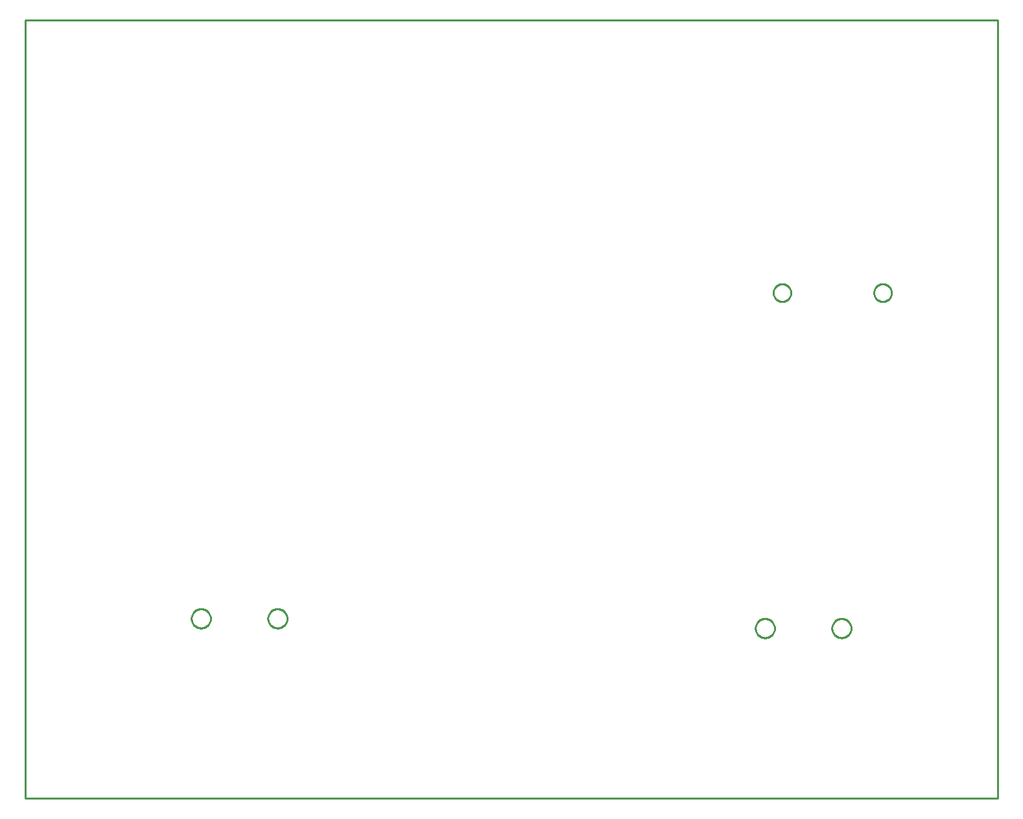
<source format=gbr>
G04 EAGLE Gerber RS-274X export*
G75*
%MOMM*%
%FSLAX34Y34*%
%LPD*%
%IN*%
%IPPOS*%
%AMOC8*
5,1,8,0,0,1.08239X$1,22.5*%
G01*
%ADD10C,0.254000*%


D10*
X0Y0D02*
X1270000Y0D01*
X1270000Y1016000D01*
X0Y1016000D01*
X0Y0D01*
X241900Y234609D02*
X241823Y233630D01*
X241669Y232660D01*
X241440Y231704D01*
X241136Y230770D01*
X240761Y229863D01*
X240315Y228988D01*
X239801Y228150D01*
X239224Y227355D01*
X238586Y226608D01*
X237892Y225914D01*
X237145Y225276D01*
X236350Y224699D01*
X235512Y224185D01*
X234637Y223739D01*
X233730Y223364D01*
X232796Y223060D01*
X231841Y222831D01*
X230870Y222677D01*
X229891Y222600D01*
X228909Y222600D01*
X227930Y222677D01*
X226960Y222831D01*
X226004Y223060D01*
X225070Y223364D01*
X224163Y223739D01*
X223288Y224185D01*
X222450Y224699D01*
X221655Y225276D01*
X220908Y225914D01*
X220214Y226608D01*
X219576Y227355D01*
X218999Y228150D01*
X218485Y228988D01*
X218039Y229863D01*
X217664Y230770D01*
X217360Y231704D01*
X217131Y232660D01*
X216977Y233630D01*
X216900Y234609D01*
X216900Y235591D01*
X216977Y236570D01*
X217131Y237541D01*
X217360Y238496D01*
X217664Y239430D01*
X218039Y240337D01*
X218485Y241212D01*
X218999Y242050D01*
X219576Y242845D01*
X220214Y243592D01*
X220908Y244286D01*
X221655Y244924D01*
X222450Y245501D01*
X223288Y246015D01*
X224163Y246461D01*
X225070Y246836D01*
X226004Y247140D01*
X226960Y247369D01*
X227930Y247523D01*
X228909Y247600D01*
X229891Y247600D01*
X230870Y247523D01*
X231841Y247369D01*
X232796Y247140D01*
X233730Y246836D01*
X234637Y246461D01*
X235512Y246015D01*
X236350Y245501D01*
X237145Y244924D01*
X237892Y244286D01*
X238586Y243592D01*
X239224Y242845D01*
X239801Y242050D01*
X240315Y241212D01*
X240761Y240337D01*
X241136Y239430D01*
X241440Y238496D01*
X241669Y237541D01*
X241823Y236570D01*
X241900Y235591D01*
X241900Y234609D01*
X341900Y234609D02*
X341823Y233630D01*
X341669Y232660D01*
X341440Y231704D01*
X341136Y230770D01*
X340761Y229863D01*
X340315Y228988D01*
X339801Y228150D01*
X339224Y227355D01*
X338586Y226608D01*
X337892Y225914D01*
X337145Y225276D01*
X336350Y224699D01*
X335512Y224185D01*
X334637Y223739D01*
X333730Y223364D01*
X332796Y223060D01*
X331841Y222831D01*
X330870Y222677D01*
X329891Y222600D01*
X328909Y222600D01*
X327930Y222677D01*
X326960Y222831D01*
X326004Y223060D01*
X325070Y223364D01*
X324163Y223739D01*
X323288Y224185D01*
X322450Y224699D01*
X321655Y225276D01*
X320908Y225914D01*
X320214Y226608D01*
X319576Y227355D01*
X318999Y228150D01*
X318485Y228988D01*
X318039Y229863D01*
X317664Y230770D01*
X317360Y231704D01*
X317131Y232660D01*
X316977Y233630D01*
X316900Y234609D01*
X316900Y235591D01*
X316977Y236570D01*
X317131Y237541D01*
X317360Y238496D01*
X317664Y239430D01*
X318039Y240337D01*
X318485Y241212D01*
X318999Y242050D01*
X319576Y242845D01*
X320214Y243592D01*
X320908Y244286D01*
X321655Y244924D01*
X322450Y245501D01*
X323288Y246015D01*
X324163Y246461D01*
X325070Y246836D01*
X326004Y247140D01*
X326960Y247369D01*
X327930Y247523D01*
X328909Y247600D01*
X329891Y247600D01*
X330870Y247523D01*
X331841Y247369D01*
X332796Y247140D01*
X333730Y246836D01*
X334637Y246461D01*
X335512Y246015D01*
X336350Y245501D01*
X337145Y244924D01*
X337892Y244286D01*
X338586Y243592D01*
X339224Y242845D01*
X339801Y242050D01*
X340315Y241212D01*
X340761Y240337D01*
X341136Y239430D01*
X341440Y238496D01*
X341669Y237541D01*
X341823Y236570D01*
X341900Y235591D01*
X341900Y234609D01*
X1108300Y659848D02*
X1108371Y658947D01*
X1108512Y658055D01*
X1108723Y657176D01*
X1109002Y656317D01*
X1109348Y655482D01*
X1109759Y654677D01*
X1110231Y653906D01*
X1110762Y653175D01*
X1111349Y652488D01*
X1111988Y651849D01*
X1112675Y651262D01*
X1113406Y650731D01*
X1114177Y650259D01*
X1114982Y649848D01*
X1115817Y649502D01*
X1116676Y649223D01*
X1117555Y649012D01*
X1118447Y648871D01*
X1119348Y648800D01*
X1120252Y648800D01*
X1121153Y648871D01*
X1122045Y649012D01*
X1122924Y649223D01*
X1123783Y649502D01*
X1124618Y649848D01*
X1125423Y650259D01*
X1126194Y650731D01*
X1126925Y651262D01*
X1127612Y651849D01*
X1128251Y652488D01*
X1128838Y653175D01*
X1129369Y653906D01*
X1129841Y654677D01*
X1130252Y655482D01*
X1130598Y656317D01*
X1130877Y657176D01*
X1131088Y658055D01*
X1131229Y658947D01*
X1131300Y659848D01*
X1131300Y660752D01*
X1131229Y661653D01*
X1131088Y662545D01*
X1130877Y663424D01*
X1130598Y664283D01*
X1130252Y665118D01*
X1129841Y665923D01*
X1129369Y666694D01*
X1128838Y667425D01*
X1128251Y668112D01*
X1127612Y668751D01*
X1126925Y669338D01*
X1126194Y669869D01*
X1125423Y670341D01*
X1124618Y670752D01*
X1123783Y671098D01*
X1122924Y671377D01*
X1122045Y671588D01*
X1121153Y671729D01*
X1120252Y671800D01*
X1119348Y671800D01*
X1118447Y671729D01*
X1117555Y671588D01*
X1116676Y671377D01*
X1115817Y671098D01*
X1114982Y670752D01*
X1114177Y670341D01*
X1113406Y669869D01*
X1112675Y669338D01*
X1111988Y668751D01*
X1111349Y668112D01*
X1110762Y667425D01*
X1110231Y666694D01*
X1109759Y665923D01*
X1109348Y665118D01*
X1109002Y664283D01*
X1108723Y663424D01*
X1108512Y662545D01*
X1108371Y661653D01*
X1108300Y660752D01*
X1108300Y659848D01*
X976900Y659848D02*
X976971Y658947D01*
X977112Y658055D01*
X977323Y657176D01*
X977602Y656317D01*
X977948Y655482D01*
X978359Y654677D01*
X978831Y653906D01*
X979362Y653175D01*
X979949Y652488D01*
X980588Y651849D01*
X981275Y651262D01*
X982006Y650731D01*
X982777Y650259D01*
X983582Y649848D01*
X984417Y649502D01*
X985276Y649223D01*
X986155Y649012D01*
X987047Y648871D01*
X987948Y648800D01*
X988852Y648800D01*
X989753Y648871D01*
X990645Y649012D01*
X991524Y649223D01*
X992383Y649502D01*
X993218Y649848D01*
X994023Y650259D01*
X994794Y650731D01*
X995525Y651262D01*
X996212Y651849D01*
X996851Y652488D01*
X997438Y653175D01*
X997969Y653906D01*
X998441Y654677D01*
X998852Y655482D01*
X999198Y656317D01*
X999477Y657176D01*
X999688Y658055D01*
X999829Y658947D01*
X999900Y659848D01*
X999900Y660752D01*
X999829Y661653D01*
X999688Y662545D01*
X999477Y663424D01*
X999198Y664283D01*
X998852Y665118D01*
X998441Y665923D01*
X997969Y666694D01*
X997438Y667425D01*
X996851Y668112D01*
X996212Y668751D01*
X995525Y669338D01*
X994794Y669869D01*
X994023Y670341D01*
X993218Y670752D01*
X992383Y671098D01*
X991524Y671377D01*
X990645Y671588D01*
X989753Y671729D01*
X988852Y671800D01*
X987948Y671800D01*
X987047Y671729D01*
X986155Y671588D01*
X985276Y671377D01*
X984417Y671098D01*
X983582Y670752D01*
X982777Y670341D01*
X982006Y669869D01*
X981275Y669338D01*
X980588Y668751D01*
X979949Y668112D01*
X979362Y667425D01*
X978831Y666694D01*
X978359Y665923D01*
X977948Y665118D01*
X977602Y664283D01*
X977323Y663424D01*
X977112Y662545D01*
X976971Y661653D01*
X976900Y660752D01*
X976900Y659848D01*
X978500Y221909D02*
X978423Y220930D01*
X978269Y219960D01*
X978040Y219004D01*
X977736Y218070D01*
X977361Y217163D01*
X976915Y216288D01*
X976401Y215450D01*
X975824Y214655D01*
X975186Y213908D01*
X974492Y213214D01*
X973745Y212576D01*
X972950Y211999D01*
X972112Y211485D01*
X971237Y211039D01*
X970330Y210664D01*
X969396Y210360D01*
X968441Y210131D01*
X967470Y209977D01*
X966491Y209900D01*
X965509Y209900D01*
X964530Y209977D01*
X963560Y210131D01*
X962604Y210360D01*
X961670Y210664D01*
X960763Y211039D01*
X959888Y211485D01*
X959050Y211999D01*
X958255Y212576D01*
X957508Y213214D01*
X956814Y213908D01*
X956176Y214655D01*
X955599Y215450D01*
X955085Y216288D01*
X954639Y217163D01*
X954264Y218070D01*
X953960Y219004D01*
X953731Y219960D01*
X953577Y220930D01*
X953500Y221909D01*
X953500Y222891D01*
X953577Y223870D01*
X953731Y224841D01*
X953960Y225796D01*
X954264Y226730D01*
X954639Y227637D01*
X955085Y228512D01*
X955599Y229350D01*
X956176Y230145D01*
X956814Y230892D01*
X957508Y231586D01*
X958255Y232224D01*
X959050Y232801D01*
X959888Y233315D01*
X960763Y233761D01*
X961670Y234136D01*
X962604Y234440D01*
X963560Y234669D01*
X964530Y234823D01*
X965509Y234900D01*
X966491Y234900D01*
X967470Y234823D01*
X968441Y234669D01*
X969396Y234440D01*
X970330Y234136D01*
X971237Y233761D01*
X972112Y233315D01*
X972950Y232801D01*
X973745Y232224D01*
X974492Y231586D01*
X975186Y230892D01*
X975824Y230145D01*
X976401Y229350D01*
X976915Y228512D01*
X977361Y227637D01*
X977736Y226730D01*
X978040Y225796D01*
X978269Y224841D01*
X978423Y223870D01*
X978500Y222891D01*
X978500Y221909D01*
X1078500Y221909D02*
X1078423Y220930D01*
X1078269Y219960D01*
X1078040Y219004D01*
X1077736Y218070D01*
X1077361Y217163D01*
X1076915Y216288D01*
X1076401Y215450D01*
X1075824Y214655D01*
X1075186Y213908D01*
X1074492Y213214D01*
X1073745Y212576D01*
X1072950Y211999D01*
X1072112Y211485D01*
X1071237Y211039D01*
X1070330Y210664D01*
X1069396Y210360D01*
X1068441Y210131D01*
X1067470Y209977D01*
X1066491Y209900D01*
X1065509Y209900D01*
X1064530Y209977D01*
X1063560Y210131D01*
X1062604Y210360D01*
X1061670Y210664D01*
X1060763Y211039D01*
X1059888Y211485D01*
X1059050Y211999D01*
X1058255Y212576D01*
X1057508Y213214D01*
X1056814Y213908D01*
X1056176Y214655D01*
X1055599Y215450D01*
X1055085Y216288D01*
X1054639Y217163D01*
X1054264Y218070D01*
X1053960Y219004D01*
X1053731Y219960D01*
X1053577Y220930D01*
X1053500Y221909D01*
X1053500Y222891D01*
X1053577Y223870D01*
X1053731Y224841D01*
X1053960Y225796D01*
X1054264Y226730D01*
X1054639Y227637D01*
X1055085Y228512D01*
X1055599Y229350D01*
X1056176Y230145D01*
X1056814Y230892D01*
X1057508Y231586D01*
X1058255Y232224D01*
X1059050Y232801D01*
X1059888Y233315D01*
X1060763Y233761D01*
X1061670Y234136D01*
X1062604Y234440D01*
X1063560Y234669D01*
X1064530Y234823D01*
X1065509Y234900D01*
X1066491Y234900D01*
X1067470Y234823D01*
X1068441Y234669D01*
X1069396Y234440D01*
X1070330Y234136D01*
X1071237Y233761D01*
X1072112Y233315D01*
X1072950Y232801D01*
X1073745Y232224D01*
X1074492Y231586D01*
X1075186Y230892D01*
X1075824Y230145D01*
X1076401Y229350D01*
X1076915Y228512D01*
X1077361Y227637D01*
X1077736Y226730D01*
X1078040Y225796D01*
X1078269Y224841D01*
X1078423Y223870D01*
X1078500Y222891D01*
X1078500Y221909D01*
M02*

</source>
